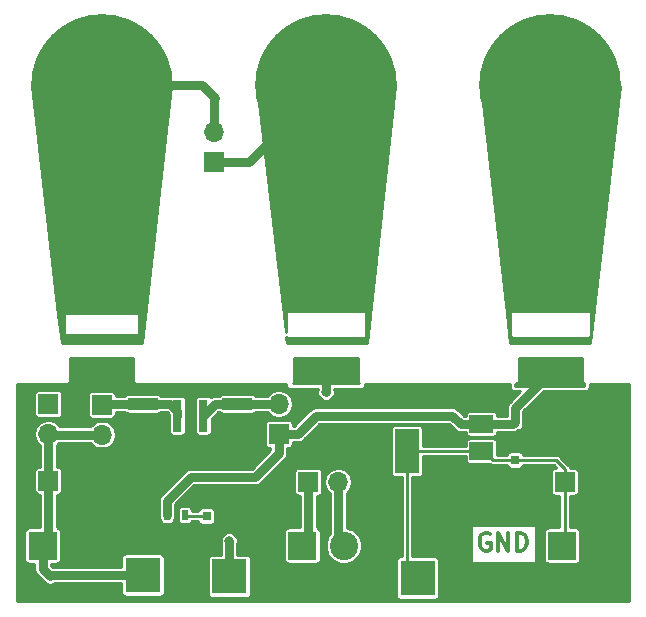
<source format=gbr>
G04 #@! TF.GenerationSoftware,KiCad,Pcbnew,(5.0.0)*
G04 #@! TF.CreationDate,2018-12-13T14:05:28+00:00*
G04 #@! TF.ProjectId,GiveMePower,476976654D65506F7765722E6B696361,rev?*
G04 #@! TF.SameCoordinates,Original*
G04 #@! TF.FileFunction,Copper,L1,Top,Signal*
G04 #@! TF.FilePolarity,Positive*
%FSLAX46Y46*%
G04 Gerber Fmt 4.6, Leading zero omitted, Abs format (unit mm)*
G04 Created by KiCad (PCBNEW (5.0.0)) date 12/13/18 14:05:28*
%MOMM*%
%LPD*%
G01*
G04 APERTURE LIST*
G04 #@! TA.AperFunction,NonConductor*
%ADD10C,0.300000*%
G04 #@! TD*
G04 #@! TA.AperFunction,SMDPad,CuDef*
%ADD11R,0.750000X0.800000*%
G04 #@! TD*
G04 #@! TA.AperFunction,SMDPad,CuDef*
%ADD12R,2.500000X1.000000*%
G04 #@! TD*
G04 #@! TA.AperFunction,SMDPad,CuDef*
%ADD13R,0.800000X0.800000*%
G04 #@! TD*
G04 #@! TA.AperFunction,ComponentPad*
%ADD14R,1.700000X1.700000*%
G04 #@! TD*
G04 #@! TA.AperFunction,ComponentPad*
%ADD15O,1.700000X1.700000*%
G04 #@! TD*
G04 #@! TA.AperFunction,ComponentPad*
%ADD16R,2.400000X2.400000*%
G04 #@! TD*
G04 #@! TA.AperFunction,ComponentPad*
%ADD17C,2.400000*%
G04 #@! TD*
G04 #@! TA.AperFunction,ComponentPad*
%ADD18C,0.900000*%
G04 #@! TD*
G04 #@! TA.AperFunction,ComponentPad*
%ADD19C,12.000000*%
G04 #@! TD*
G04 #@! TA.AperFunction,SMDPad,CuDef*
%ADD20R,0.800000X2.700000*%
G04 #@! TD*
G04 #@! TA.AperFunction,SMDPad,CuDef*
%ADD21R,0.500000X0.900000*%
G04 #@! TD*
G04 #@! TA.AperFunction,SMDPad,CuDef*
%ADD22R,3.000000X3.000000*%
G04 #@! TD*
G04 #@! TA.AperFunction,SMDPad,CuDef*
%ADD23R,2.000000X1.500000*%
G04 #@! TD*
G04 #@! TA.AperFunction,SMDPad,CuDef*
%ADD24R,2.000000X3.800000*%
G04 #@! TD*
G04 #@! TA.AperFunction,ViaPad*
%ADD25C,0.800000*%
G04 #@! TD*
G04 #@! TA.AperFunction,Conductor*
%ADD26C,0.750000*%
G04 #@! TD*
G04 #@! TA.AperFunction,Conductor*
%ADD27C,0.250000*%
G04 #@! TD*
G04 #@! TA.AperFunction,Conductor*
%ADD28C,0.254000*%
G04 #@! TD*
G04 APERTURE END LIST*
D10*
X142857142Y-128000000D02*
X142714285Y-127928571D01*
X142500000Y-127928571D01*
X142285714Y-128000000D01*
X142142857Y-128142857D01*
X142071428Y-128285714D01*
X142000000Y-128571428D01*
X142000000Y-128785714D01*
X142071428Y-129071428D01*
X142142857Y-129214285D01*
X142285714Y-129357142D01*
X142500000Y-129428571D01*
X142642857Y-129428571D01*
X142857142Y-129357142D01*
X142928571Y-129285714D01*
X142928571Y-128785714D01*
X142642857Y-128785714D01*
X143571428Y-129428571D02*
X143571428Y-127928571D01*
X144428571Y-129428571D01*
X144428571Y-127928571D01*
X145142857Y-129428571D02*
X145142857Y-127928571D01*
X145500000Y-127928571D01*
X145714285Y-128000000D01*
X145857142Y-128142857D01*
X145928571Y-128285714D01*
X146000000Y-128571428D01*
X146000000Y-128785714D01*
X145928571Y-129071428D01*
X145857142Y-129214285D01*
X145714285Y-129357142D01*
X145500000Y-129428571D01*
X145142857Y-129428571D01*
D11*
G04 #@! TO.P,C1,2*
G04 #@! TO.N,GND*
X145000000Y-120000000D03*
G04 #@! TO.P,C1,1*
G04 #@! TO.N,VCC*
X145000000Y-118500000D03*
G04 #@! TD*
D12*
G04 #@! TO.P,C3,1*
G04 #@! TO.N,/LowPassIn*
X121500000Y-117000000D03*
G04 #@! TO.P,C3,2*
G04 #@! TO.N,GND*
X121500000Y-120000000D03*
G04 #@! TD*
G04 #@! TO.P,C2,1*
G04 #@! TO.N,/LowPassOut*
X113500000Y-117000000D03*
G04 #@! TO.P,C2,2*
G04 #@! TO.N,GND*
X113500000Y-120000000D03*
G04 #@! TD*
D13*
G04 #@! TO.P,D1,1*
G04 #@! TO.N,GND*
X120500000Y-126500000D03*
G04 #@! TO.P,D1,2*
G04 #@! TO.N,Net-(D1-Pad2)*
X118900000Y-126500000D03*
G04 #@! TD*
D14*
G04 #@! TO.P,J1,1*
G04 #@! TO.N,/EarthGND*
X119500000Y-96500000D03*
D15*
G04 #@! TO.P,J1,2*
G04 #@! TO.N,GND*
X119500000Y-93960000D03*
G04 #@! TD*
G04 #@! TO.P,J2,2*
G04 #@! TO.N,/LowPassIn*
X125000000Y-117000000D03*
D14*
G04 #@! TO.P,J2,1*
G04 #@! TO.N,VCC*
X125000000Y-119540000D03*
G04 #@! TD*
G04 #@! TO.P,J3,1*
G04 #@! TO.N,VCC*
X105500000Y-117000000D03*
D15*
G04 #@! TO.P,J3,2*
G04 #@! TO.N,/OutputVCC*
X105500000Y-119540000D03*
G04 #@! TD*
G04 #@! TO.P,J4,2*
G04 #@! TO.N,/OutputVCC*
X110000000Y-119597001D03*
D14*
G04 #@! TO.P,J4,1*
G04 #@! TO.N,/LowPassOut*
X110000000Y-117057001D03*
G04 #@! TD*
D15*
G04 #@! TO.P,J5,2*
G04 #@! TO.N,GND*
X108040000Y-123500000D03*
D14*
G04 #@! TO.P,J5,1*
G04 #@! TO.N,/OutputVCC*
X105500000Y-123500000D03*
G04 #@! TD*
G04 #@! TO.P,J6,1*
G04 #@! TO.N,/Output3V3*
X149200000Y-123600000D03*
D15*
G04 #@! TO.P,J6,2*
G04 #@! TO.N,GND*
X151740000Y-123600000D03*
G04 #@! TD*
G04 #@! TO.P,J7,2*
G04 #@! TO.N,/AUXout*
X130040000Y-123600000D03*
D14*
G04 #@! TO.P,J7,1*
G04 #@! TO.N,/AUXIn*
X127500000Y-123600000D03*
G04 #@! TD*
D16*
G04 #@! TO.P,J8,1*
G04 #@! TO.N,/OutputVCC*
X105000000Y-129000000D03*
D17*
G04 #@! TO.P,J8,2*
G04 #@! TO.N,GND*
X108500000Y-129000000D03*
G04 #@! TD*
G04 #@! TO.P,J9,2*
G04 #@! TO.N,GND*
X152500000Y-129000000D03*
D16*
G04 #@! TO.P,J9,1*
G04 #@! TO.N,/Output3V3*
X149000000Y-129000000D03*
G04 #@! TD*
G04 #@! TO.P,J10,1*
G04 #@! TO.N,/AUXIn*
X127000000Y-129000000D03*
D17*
G04 #@! TO.P,J10,2*
G04 #@! TO.N,/AUXout*
X130500000Y-129000000D03*
G04 #@! TD*
D18*
G04 #@! TO.P,J11,1*
G04 #@! TO.N,VCC*
X151181981Y-86818019D03*
X148000000Y-85500000D03*
X144818019Y-86818019D03*
X143500000Y-90000000D03*
X144818019Y-93181981D03*
X148000000Y-94500000D03*
X151181981Y-93181981D03*
X152500000Y-90000000D03*
D19*
X148000000Y-90000000D03*
G04 #@! TD*
G04 #@! TO.P,J12,1*
G04 #@! TO.N,/EarthGND*
X129000000Y-90000000D03*
D18*
X133500000Y-90000000D03*
X132181981Y-93181981D03*
X129000000Y-94500000D03*
X125818019Y-93181981D03*
X124500000Y-90000000D03*
X125818019Y-86818019D03*
X129000000Y-85500000D03*
X132181981Y-86818019D03*
G04 #@! TD*
G04 #@! TO.P,J13,1*
G04 #@! TO.N,GND*
X113181981Y-86818019D03*
X110000000Y-85500000D03*
X106818019Y-86818019D03*
X105500000Y-90000000D03*
X106818019Y-93181981D03*
X110000000Y-94500000D03*
X113181981Y-93181981D03*
X114500000Y-90000000D03*
D19*
X110000000Y-90000000D03*
G04 #@! TD*
D20*
G04 #@! TO.P,L2,2*
G04 #@! TO.N,/LowPassOut*
X116400000Y-118000000D03*
G04 #@! TO.P,L2,1*
G04 #@! TO.N,/LowPassIn*
X118600000Y-118000000D03*
G04 #@! TD*
D21*
G04 #@! TO.P,R1,2*
G04 #@! TO.N,Net-(D1-Pad2)*
X117050000Y-126400000D03*
G04 #@! TO.P,R1,1*
G04 #@! TO.N,VCC*
X115550000Y-126400000D03*
G04 #@! TD*
D22*
G04 #@! TO.P,OutVCC,1*
G04 #@! TO.N,/OutputVCC*
X113500000Y-131500000D03*
G04 #@! TD*
G04 #@! TO.P,Output3V3,1*
G04 #@! TO.N,/Output3V3*
X136750000Y-131750000D03*
G04 #@! TD*
G04 #@! TO.P,TP3,1*
G04 #@! TO.N,GND*
X144000000Y-132000000D03*
G04 #@! TD*
D11*
G04 #@! TO.P,C4,2*
G04 #@! TO.N,GND*
X145000000Y-123250000D03*
G04 #@! TO.P,C4,1*
G04 #@! TO.N,/Output3V3*
X145000000Y-121750000D03*
G04 #@! TD*
D23*
G04 #@! TO.P,U1,1*
G04 #@! TO.N,GND*
X142150000Y-123300000D03*
G04 #@! TO.P,U1,3*
G04 #@! TO.N,VCC*
X142150000Y-118700000D03*
G04 #@! TO.P,U1,2*
G04 #@! TO.N,/Output3V3*
X142150000Y-121000000D03*
D24*
X135850000Y-121000000D03*
G04 #@! TD*
D22*
G04 #@! TO.P,EarthGND,1*
G04 #@! TO.N,/EarthGND*
X120800000Y-131600000D03*
G04 #@! TD*
D25*
G04 #@! TO.N,/EarthGND*
X120800000Y-128600000D03*
X129000000Y-116000000D03*
G04 #@! TD*
D26*
G04 #@! TO.N,/LowPassOut*
X116400000Y-118000000D02*
X116400000Y-117600000D01*
X115800000Y-117000000D02*
X113500000Y-117000000D01*
X116400000Y-117600000D02*
X115800000Y-117000000D01*
X110057001Y-117000000D02*
X110000000Y-117057001D01*
X113500000Y-117000000D02*
X110057001Y-117000000D01*
G04 #@! TO.N,GND*
X118485281Y-90000000D02*
X119600000Y-91114719D01*
X110000000Y-90000000D02*
X118485281Y-90000000D01*
X119500000Y-91214719D02*
X119500000Y-93960000D01*
X119600000Y-91114719D02*
X119500000Y-91214719D01*
G04 #@! TO.N,/LowPassIn*
X125000000Y-117000000D02*
X121500000Y-117000000D01*
X119600000Y-117000000D02*
X118600000Y-118000000D01*
X121500000Y-117000000D02*
X119600000Y-117000000D01*
D27*
G04 #@! TO.N,Net-(D1-Pad2)*
X117150000Y-126500000D02*
X117050000Y-126400000D01*
X118900000Y-126500000D02*
X117150000Y-126500000D01*
G04 #@! TO.N,VCC*
X148000000Y-101000000D02*
X148000000Y-109099990D01*
D26*
X144800000Y-118700000D02*
X145000000Y-118500000D01*
X142150000Y-118700000D02*
X144800000Y-118700000D01*
X145000000Y-117350000D02*
X147800000Y-114550000D01*
X145000000Y-118500000D02*
X145000000Y-117350000D01*
X140400000Y-118700000D02*
X139700000Y-118000000D01*
X142150000Y-118700000D02*
X140400000Y-118700000D01*
X126600000Y-119540000D02*
X125000000Y-119540000D01*
X128140000Y-118000000D02*
X126600000Y-119540000D01*
X139700000Y-118000000D02*
X128140000Y-118000000D01*
X115550000Y-125200000D02*
X117550000Y-123200000D01*
X115550000Y-126400000D02*
X115550000Y-125200000D01*
X117550000Y-123200000D02*
X123000000Y-123200000D01*
X125000000Y-121200000D02*
X125000000Y-119540000D01*
X123000000Y-123200000D02*
X125000000Y-121200000D01*
G04 #@! TO.N,/OutputVCC*
X105557001Y-119597001D02*
X105500000Y-119540000D01*
X110000000Y-119597001D02*
X105557001Y-119597001D01*
X105500000Y-119540000D02*
X105500000Y-123500000D01*
X105500000Y-128500000D02*
X105000000Y-129000000D01*
X105500000Y-123500000D02*
X105500000Y-128500000D01*
X105000000Y-130950000D02*
X105650000Y-131600000D01*
X105000000Y-129000000D02*
X105000000Y-130950000D01*
X105750000Y-131500000D02*
X113500000Y-131500000D01*
X105650000Y-131600000D02*
X105750000Y-131500000D01*
D27*
G04 #@! TO.N,/Output3V3*
X142150000Y-121000000D02*
X142400000Y-121000000D01*
X143150000Y-121750000D02*
X145000000Y-121750000D01*
X142400000Y-121000000D02*
X143150000Y-121750000D01*
X149200000Y-122500000D02*
X149200000Y-123600000D01*
X148450000Y-121750000D02*
X149200000Y-122500000D01*
X145000000Y-121750000D02*
X148450000Y-121750000D01*
X149200000Y-128800000D02*
X149000000Y-129000000D01*
X149200000Y-123600000D02*
X149200000Y-128800000D01*
X137100000Y-121000000D02*
X142150000Y-121000000D01*
X135850000Y-121000000D02*
X137100000Y-121000000D01*
X135850000Y-131850000D02*
X136000000Y-132000000D01*
X135850000Y-121000000D02*
X135850000Y-131850000D01*
D26*
G04 #@! TO.N,/EarthGND*
X122500000Y-96500000D02*
X129000000Y-90000000D01*
X119500000Y-96500000D02*
X122500000Y-96500000D01*
X120800000Y-131600000D02*
X120800000Y-128600000D01*
X120800000Y-128600000D02*
X120800000Y-128600000D01*
X129000000Y-116000000D02*
X129000000Y-114200000D01*
G04 #@! TO.N,/AUXout*
X130040000Y-128540000D02*
X130500000Y-129000000D01*
X130040000Y-123600000D02*
X130040000Y-128540000D01*
G04 #@! TO.N,/AUXIn*
X127500000Y-128500000D02*
X127000000Y-129000000D01*
X127500000Y-123600000D02*
X127500000Y-128500000D01*
G04 #@! TD*
D28*
G04 #@! TO.N,GND*
G36*
X113386614Y-111873000D02*
X106613386Y-111873000D01*
X106343727Y-109500000D01*
X106794043Y-109500000D01*
X106798000Y-109519893D01*
X106798001Y-110980103D01*
X106794043Y-111000000D01*
X106809721Y-111078816D01*
X106854366Y-111145634D01*
X106921184Y-111190279D01*
X106980107Y-111202000D01*
X106980108Y-111202000D01*
X107000000Y-111205957D01*
X107019893Y-111202000D01*
X112980108Y-111202000D01*
X113000000Y-111205957D01*
X113078816Y-111190279D01*
X113145634Y-111145634D01*
X113190279Y-111078816D01*
X113202000Y-111019893D01*
X113205957Y-111000000D01*
X113202000Y-110980107D01*
X113202000Y-109519893D01*
X113205957Y-109500000D01*
X113190279Y-109421184D01*
X113145634Y-109354366D01*
X113078816Y-109309721D01*
X113019893Y-109298000D01*
X113019892Y-109298000D01*
X113000000Y-109294043D01*
X112980107Y-109298000D01*
X107019892Y-109298000D01*
X107000000Y-109294043D01*
X106980107Y-109298000D01*
X106921184Y-109309721D01*
X106854366Y-109354366D01*
X106809721Y-109421184D01*
X106794043Y-109500000D01*
X106343727Y-109500000D01*
X104142249Y-90127000D01*
X115857751Y-90127000D01*
X113386614Y-111873000D01*
X113386614Y-111873000D01*
G37*
X113386614Y-111873000D02*
X106613386Y-111873000D01*
X106343727Y-109500000D01*
X106794043Y-109500000D01*
X106798000Y-109519893D01*
X106798001Y-110980103D01*
X106794043Y-111000000D01*
X106809721Y-111078816D01*
X106854366Y-111145634D01*
X106921184Y-111190279D01*
X106980107Y-111202000D01*
X106980108Y-111202000D01*
X107000000Y-111205957D01*
X107019893Y-111202000D01*
X112980108Y-111202000D01*
X113000000Y-111205957D01*
X113078816Y-111190279D01*
X113145634Y-111145634D01*
X113190279Y-111078816D01*
X113202000Y-111019893D01*
X113205957Y-111000000D01*
X113202000Y-110980107D01*
X113202000Y-109519893D01*
X113205957Y-109500000D01*
X113190279Y-109421184D01*
X113145634Y-109354366D01*
X113078816Y-109309721D01*
X113019893Y-109298000D01*
X113019892Y-109298000D01*
X113000000Y-109294043D01*
X112980107Y-109298000D01*
X107019892Y-109298000D01*
X107000000Y-109294043D01*
X106980107Y-109298000D01*
X106921184Y-109309721D01*
X106854366Y-109354366D01*
X106809721Y-109421184D01*
X106794043Y-109500000D01*
X106343727Y-109500000D01*
X104142249Y-90127000D01*
X115857751Y-90127000D01*
X113386614Y-111873000D01*
G04 #@! TO.N,/EarthGND*
G36*
X132486101Y-111873000D02*
X125712874Y-111873000D01*
X125649729Y-111338694D01*
X125654366Y-111345634D01*
X125721184Y-111390279D01*
X125800000Y-111405957D01*
X125819892Y-111402000D01*
X132180108Y-111402000D01*
X132200000Y-111405957D01*
X132278816Y-111390279D01*
X132345634Y-111345634D01*
X132390279Y-111278816D01*
X132402000Y-111219893D01*
X132402000Y-111219892D01*
X132405957Y-111200000D01*
X132402000Y-111180107D01*
X132402000Y-109319893D01*
X132405957Y-109300000D01*
X132390279Y-109221184D01*
X132345634Y-109154366D01*
X132278816Y-109109721D01*
X132219893Y-109098000D01*
X132219892Y-109098000D01*
X132200000Y-109094043D01*
X132180107Y-109098000D01*
X125819893Y-109098000D01*
X125800000Y-109094043D01*
X125780108Y-109098000D01*
X125780107Y-109098000D01*
X125721184Y-109109721D01*
X125654366Y-109154366D01*
X125609721Y-109221184D01*
X125594043Y-109300000D01*
X125598001Y-109319897D01*
X125598000Y-110900990D01*
X123142893Y-90127000D01*
X134858392Y-90127000D01*
X132486101Y-111873000D01*
X132486101Y-111873000D01*
G37*
X132486101Y-111873000D02*
X125712874Y-111873000D01*
X125649729Y-111338694D01*
X125654366Y-111345634D01*
X125721184Y-111390279D01*
X125800000Y-111405957D01*
X125819892Y-111402000D01*
X132180108Y-111402000D01*
X132200000Y-111405957D01*
X132278816Y-111390279D01*
X132345634Y-111345634D01*
X132390279Y-111278816D01*
X132402000Y-111219893D01*
X132402000Y-111219892D01*
X132405957Y-111200000D01*
X132402000Y-111180107D01*
X132402000Y-109319893D01*
X132405957Y-109300000D01*
X132390279Y-109221184D01*
X132345634Y-109154366D01*
X132278816Y-109109721D01*
X132219893Y-109098000D01*
X132219892Y-109098000D01*
X132200000Y-109094043D01*
X132180107Y-109098000D01*
X125819893Y-109098000D01*
X125800000Y-109094043D01*
X125780108Y-109098000D01*
X125780107Y-109098000D01*
X125721184Y-109109721D01*
X125654366Y-109154366D01*
X125609721Y-109221184D01*
X125594043Y-109300000D01*
X125598001Y-109319897D01*
X125598000Y-110900990D01*
X123142893Y-90127000D01*
X134858392Y-90127000D01*
X132486101Y-111873000D01*
G04 #@! TO.N,VCC*
G36*
X151386614Y-111873000D02*
X144613386Y-111873000D01*
X144321000Y-109300000D01*
X144594043Y-109300000D01*
X144598001Y-109319897D01*
X144598000Y-111180107D01*
X144594043Y-111200000D01*
X144609721Y-111278816D01*
X144641334Y-111326130D01*
X144654366Y-111345634D01*
X144721184Y-111390279D01*
X144800000Y-111405957D01*
X144819892Y-111402000D01*
X151180108Y-111402000D01*
X151200000Y-111405957D01*
X151278816Y-111390279D01*
X151345634Y-111345634D01*
X151390279Y-111278816D01*
X151402000Y-111219893D01*
X151402000Y-111219892D01*
X151405957Y-111200000D01*
X151402000Y-111180107D01*
X151402000Y-109319893D01*
X151405957Y-109300000D01*
X151390279Y-109221184D01*
X151345634Y-109154366D01*
X151278816Y-109109721D01*
X151219893Y-109098000D01*
X151219892Y-109098000D01*
X151200000Y-109094043D01*
X151180107Y-109098000D01*
X144819893Y-109098000D01*
X144800000Y-109094043D01*
X144780108Y-109098000D01*
X144780107Y-109098000D01*
X144721184Y-109109721D01*
X144654366Y-109154366D01*
X144609721Y-109221184D01*
X144594043Y-109300000D01*
X144321000Y-109300000D01*
X142142249Y-90127000D01*
X153857751Y-90127000D01*
X151386614Y-111873000D01*
X151386614Y-111873000D01*
G37*
X151386614Y-111873000D02*
X144613386Y-111873000D01*
X144321000Y-109300000D01*
X144594043Y-109300000D01*
X144598001Y-109319897D01*
X144598000Y-111180107D01*
X144594043Y-111200000D01*
X144609721Y-111278816D01*
X144641334Y-111326130D01*
X144654366Y-111345634D01*
X144721184Y-111390279D01*
X144800000Y-111405957D01*
X144819892Y-111402000D01*
X151180108Y-111402000D01*
X151200000Y-111405957D01*
X151278816Y-111390279D01*
X151345634Y-111345634D01*
X151390279Y-111278816D01*
X151402000Y-111219893D01*
X151402000Y-111219892D01*
X151405957Y-111200000D01*
X151402000Y-111180107D01*
X151402000Y-109319893D01*
X151405957Y-109300000D01*
X151390279Y-109221184D01*
X151345634Y-109154366D01*
X151278816Y-109109721D01*
X151219893Y-109098000D01*
X151219892Y-109098000D01*
X151200000Y-109094043D01*
X151180107Y-109098000D01*
X144819893Y-109098000D01*
X144800000Y-109094043D01*
X144780108Y-109098000D01*
X144780107Y-109098000D01*
X144721184Y-109109721D01*
X144654366Y-109154366D01*
X144609721Y-109221184D01*
X144594043Y-109300000D01*
X144321000Y-109300000D01*
X142142249Y-90127000D01*
X153857751Y-90127000D01*
X151386614Y-111873000D01*
G04 #@! TO.N,GND*
G36*
X112698001Y-113863391D02*
X112691973Y-113872412D01*
X112673000Y-113967796D01*
X112673001Y-114967790D01*
X112666594Y-115000000D01*
X112691973Y-115127589D01*
X112764246Y-115235754D01*
X112872411Y-115308027D01*
X112967795Y-115327000D01*
X113000000Y-115333406D01*
X113032205Y-115327000D01*
X125575757Y-115327000D01*
X125573283Y-115386387D01*
X125597891Y-115525137D01*
X125668776Y-115631224D01*
X125774863Y-115702109D01*
X125900000Y-115727000D01*
X128298000Y-115727000D01*
X128298000Y-115795035D01*
X128273000Y-115855391D01*
X128273000Y-116144609D01*
X128383679Y-116411813D01*
X128588187Y-116616321D01*
X128855391Y-116727000D01*
X129144609Y-116727000D01*
X129411813Y-116616321D01*
X129616321Y-116411813D01*
X129727000Y-116144609D01*
X129727000Y-115855391D01*
X129702000Y-115795035D01*
X129702000Y-115727000D01*
X132000000Y-115727000D01*
X132125137Y-115702109D01*
X132231224Y-115631224D01*
X132302109Y-115525137D01*
X132327000Y-115400000D01*
X132327000Y-115327000D01*
X144583259Y-115327000D01*
X144573242Y-115587432D01*
X144597891Y-115725137D01*
X144668776Y-115831224D01*
X144774863Y-115902109D01*
X144900000Y-115927000D01*
X145430223Y-115927000D01*
X144552498Y-116804725D01*
X144493888Y-116843887D01*
X144454726Y-116902497D01*
X144454725Y-116902498D01*
X144338732Y-117076093D01*
X144284249Y-117350000D01*
X144298001Y-117419136D01*
X144298000Y-117998000D01*
X143483406Y-117998000D01*
X143483406Y-117950000D01*
X143458027Y-117822411D01*
X143385754Y-117714246D01*
X143277589Y-117641973D01*
X143150000Y-117616594D01*
X141150000Y-117616594D01*
X141022411Y-117641973D01*
X140914246Y-117714246D01*
X140841973Y-117822411D01*
X140816594Y-117950000D01*
X140816594Y-117998000D01*
X140690778Y-117998000D01*
X140245277Y-117552500D01*
X140206113Y-117493887D01*
X139973906Y-117338731D01*
X139769136Y-117298000D01*
X139769132Y-117298000D01*
X139700000Y-117284249D01*
X139630868Y-117298000D01*
X128209132Y-117298000D01*
X128140000Y-117284249D01*
X128070868Y-117298000D01*
X128070864Y-117298000D01*
X127866094Y-117338731D01*
X127633887Y-117493887D01*
X127594725Y-117552497D01*
X126309223Y-118838000D01*
X126183406Y-118838000D01*
X126183406Y-118690000D01*
X126158027Y-118562411D01*
X126085754Y-118454246D01*
X125977589Y-118381973D01*
X125850000Y-118356594D01*
X124150000Y-118356594D01*
X124022411Y-118381973D01*
X123914246Y-118454246D01*
X123841973Y-118562411D01*
X123816594Y-118690000D01*
X123816594Y-120390000D01*
X123841973Y-120517589D01*
X123914246Y-120625754D01*
X124022411Y-120698027D01*
X124150000Y-120723406D01*
X124298000Y-120723406D01*
X124298000Y-120909222D01*
X122709223Y-122498000D01*
X117619131Y-122498000D01*
X117549999Y-122484249D01*
X117480867Y-122498000D01*
X117480864Y-122498000D01*
X117276094Y-122538731D01*
X117276093Y-122538732D01*
X117276092Y-122538732D01*
X117150858Y-122622411D01*
X117043887Y-122693887D01*
X117004725Y-122752497D01*
X115102498Y-124654725D01*
X115043888Y-124693887D01*
X115004726Y-124752497D01*
X115004725Y-124752498D01*
X114888732Y-124926093D01*
X114834249Y-125200000D01*
X114848001Y-125269136D01*
X114848000Y-126469135D01*
X114888731Y-126673905D01*
X114966594Y-126790435D01*
X114966594Y-126850000D01*
X114991973Y-126977589D01*
X115064246Y-127085754D01*
X115172411Y-127158027D01*
X115300000Y-127183406D01*
X115800000Y-127183406D01*
X115927589Y-127158027D01*
X116035754Y-127085754D01*
X116108027Y-126977589D01*
X116133406Y-126850000D01*
X116133406Y-126790435D01*
X116211269Y-126673906D01*
X116252000Y-126469136D01*
X116252000Y-125950000D01*
X116466594Y-125950000D01*
X116466594Y-126850000D01*
X116491973Y-126977589D01*
X116564246Y-127085754D01*
X116672411Y-127158027D01*
X116800000Y-127183406D01*
X117300000Y-127183406D01*
X117427589Y-127158027D01*
X117535754Y-127085754D01*
X117608027Y-126977589D01*
X117613117Y-126952000D01*
X118176937Y-126952000D01*
X118191973Y-127027589D01*
X118264246Y-127135754D01*
X118372411Y-127208027D01*
X118500000Y-127233406D01*
X119300000Y-127233406D01*
X119427589Y-127208027D01*
X119535754Y-127135754D01*
X119608027Y-127027589D01*
X119633406Y-126900000D01*
X119633406Y-126100000D01*
X119608027Y-125972411D01*
X119535754Y-125864246D01*
X119427589Y-125791973D01*
X119300000Y-125766594D01*
X118500000Y-125766594D01*
X118372411Y-125791973D01*
X118264246Y-125864246D01*
X118191973Y-125972411D01*
X118176937Y-126048000D01*
X117633406Y-126048000D01*
X117633406Y-125950000D01*
X117608027Y-125822411D01*
X117535754Y-125714246D01*
X117427589Y-125641973D01*
X117300000Y-125616594D01*
X116800000Y-125616594D01*
X116672411Y-125641973D01*
X116564246Y-125714246D01*
X116491973Y-125822411D01*
X116466594Y-125950000D01*
X116252000Y-125950000D01*
X116252000Y-125490777D01*
X117840778Y-123902000D01*
X122930868Y-123902000D01*
X123000000Y-123915751D01*
X123069132Y-123902000D01*
X123069136Y-123902000D01*
X123273906Y-123861269D01*
X123506113Y-123706113D01*
X123545277Y-123647500D01*
X125447505Y-121745273D01*
X125506112Y-121706113D01*
X125545273Y-121647505D01*
X125545275Y-121647503D01*
X125661268Y-121473908D01*
X125661268Y-121473907D01*
X125661269Y-121473906D01*
X125702000Y-121269136D01*
X125702000Y-121269133D01*
X125715751Y-121200001D01*
X125702000Y-121130869D01*
X125702000Y-120723406D01*
X125850000Y-120723406D01*
X125977589Y-120698027D01*
X126085754Y-120625754D01*
X126158027Y-120517589D01*
X126183406Y-120390000D01*
X126183406Y-120242000D01*
X126530868Y-120242000D01*
X126600000Y-120255751D01*
X126669132Y-120242000D01*
X126669136Y-120242000D01*
X126873906Y-120201269D01*
X127106113Y-120046113D01*
X127145277Y-119987500D01*
X128032777Y-119100000D01*
X134516594Y-119100000D01*
X134516594Y-122900000D01*
X134541973Y-123027589D01*
X134614246Y-123135754D01*
X134722411Y-123208027D01*
X134850000Y-123233406D01*
X135398000Y-123233406D01*
X135398001Y-129916594D01*
X135250000Y-129916594D01*
X135122411Y-129941973D01*
X135014246Y-130014246D01*
X134941973Y-130122411D01*
X134916594Y-130250000D01*
X134916594Y-133250000D01*
X134941973Y-133377589D01*
X135014246Y-133485754D01*
X135122411Y-133558027D01*
X135250000Y-133583406D01*
X138250000Y-133583406D01*
X138377589Y-133558027D01*
X138485754Y-133485754D01*
X138558027Y-133377589D01*
X138583406Y-133250000D01*
X138583406Y-130250000D01*
X138558027Y-130122411D01*
X138485754Y-130014246D01*
X138377589Y-129941973D01*
X138250000Y-129916594D01*
X136302000Y-129916594D01*
X136302000Y-127268000D01*
X141237286Y-127268000D01*
X141237286Y-130472000D01*
X146762715Y-130472000D01*
X146762715Y-127268000D01*
X141237286Y-127268000D01*
X136302000Y-127268000D01*
X136302000Y-123233406D01*
X136850000Y-123233406D01*
X136977589Y-123208027D01*
X137085754Y-123135754D01*
X137158027Y-123027589D01*
X137183406Y-122900000D01*
X137183406Y-121452000D01*
X140816594Y-121452000D01*
X140816594Y-121750000D01*
X140841973Y-121877589D01*
X140914246Y-121985754D01*
X141022411Y-122058027D01*
X141150000Y-122083406D01*
X142835398Y-122083406D01*
X142861866Y-122101091D01*
X142973638Y-122175775D01*
X143149999Y-122210855D01*
X143194517Y-122202000D01*
X144301937Y-122202000D01*
X144316973Y-122277589D01*
X144389246Y-122385754D01*
X144497411Y-122458027D01*
X144625000Y-122483406D01*
X145375000Y-122483406D01*
X145502589Y-122458027D01*
X145610754Y-122385754D01*
X145683027Y-122277589D01*
X145698063Y-122202000D01*
X148262776Y-122202000D01*
X148477370Y-122416594D01*
X148350000Y-122416594D01*
X148222411Y-122441973D01*
X148114246Y-122514246D01*
X148041973Y-122622411D01*
X148016594Y-122750000D01*
X148016594Y-124450000D01*
X148041973Y-124577589D01*
X148114246Y-124685754D01*
X148222411Y-124758027D01*
X148350000Y-124783406D01*
X148748000Y-124783406D01*
X148748001Y-127466594D01*
X147800000Y-127466594D01*
X147672411Y-127491973D01*
X147564246Y-127564246D01*
X147491973Y-127672411D01*
X147466594Y-127800000D01*
X147466594Y-130200000D01*
X147491973Y-130327589D01*
X147564246Y-130435754D01*
X147672411Y-130508027D01*
X147800000Y-130533406D01*
X150200000Y-130533406D01*
X150327589Y-130508027D01*
X150435754Y-130435754D01*
X150508027Y-130327589D01*
X150533406Y-130200000D01*
X150533406Y-127800000D01*
X150508027Y-127672411D01*
X150435754Y-127564246D01*
X150327589Y-127491973D01*
X150200000Y-127466594D01*
X149652000Y-127466594D01*
X149652000Y-124783406D01*
X150050000Y-124783406D01*
X150177589Y-124758027D01*
X150285754Y-124685754D01*
X150358027Y-124577589D01*
X150383406Y-124450000D01*
X150383406Y-122750000D01*
X150358027Y-122622411D01*
X150285754Y-122514246D01*
X150177589Y-122441973D01*
X150050000Y-122416594D01*
X149644265Y-122416594D01*
X149625775Y-122323638D01*
X149551091Y-122211866D01*
X149525874Y-122174126D01*
X149488134Y-122148909D01*
X148801093Y-121461869D01*
X148775874Y-121424126D01*
X148626362Y-121324225D01*
X148494518Y-121298000D01*
X148450000Y-121289145D01*
X148405482Y-121298000D01*
X145698063Y-121298000D01*
X145683027Y-121222411D01*
X145610754Y-121114246D01*
X145502589Y-121041973D01*
X145375000Y-121016594D01*
X144625000Y-121016594D01*
X144497411Y-121041973D01*
X144389246Y-121114246D01*
X144316973Y-121222411D01*
X144301937Y-121298000D01*
X143483406Y-121298000D01*
X143483406Y-120250000D01*
X143458027Y-120122411D01*
X143385754Y-120014246D01*
X143277589Y-119941973D01*
X143150000Y-119916594D01*
X141150000Y-119916594D01*
X141022411Y-119941973D01*
X140914246Y-120014246D01*
X140841973Y-120122411D01*
X140816594Y-120250000D01*
X140816594Y-120548000D01*
X137183406Y-120548000D01*
X137183406Y-119100000D01*
X137158027Y-118972411D01*
X137085754Y-118864246D01*
X136977589Y-118791973D01*
X136850000Y-118766594D01*
X134850000Y-118766594D01*
X134722411Y-118791973D01*
X134614246Y-118864246D01*
X134541973Y-118972411D01*
X134516594Y-119100000D01*
X128032777Y-119100000D01*
X128430778Y-118702000D01*
X139409223Y-118702000D01*
X139854725Y-119147503D01*
X139893887Y-119206113D01*
X139952497Y-119245275D01*
X140126092Y-119361268D01*
X140126093Y-119361268D01*
X140126094Y-119361269D01*
X140330864Y-119402000D01*
X140330867Y-119402000D01*
X140399999Y-119415751D01*
X140469131Y-119402000D01*
X140816594Y-119402000D01*
X140816594Y-119450000D01*
X140841973Y-119577589D01*
X140914246Y-119685754D01*
X141022411Y-119758027D01*
X141150000Y-119783406D01*
X143150000Y-119783406D01*
X143277589Y-119758027D01*
X143385754Y-119685754D01*
X143458027Y-119577589D01*
X143483406Y-119450000D01*
X143483406Y-119402000D01*
X144730868Y-119402000D01*
X144800000Y-119415751D01*
X144869132Y-119402000D01*
X144869136Y-119402000D01*
X145073906Y-119361269D01*
X145265266Y-119233406D01*
X145375000Y-119233406D01*
X145502589Y-119208027D01*
X145610754Y-119135754D01*
X145683027Y-119027589D01*
X145708406Y-118900000D01*
X145708406Y-118536930D01*
X145715752Y-118500000D01*
X145708406Y-118463070D01*
X145708406Y-118100000D01*
X145702000Y-118067795D01*
X145702000Y-117640777D01*
X147415778Y-115927000D01*
X151000000Y-115927000D01*
X151125137Y-115902109D01*
X151231224Y-115831224D01*
X151302109Y-115725137D01*
X151327000Y-115600000D01*
X151327000Y-115327000D01*
X154673000Y-115327000D01*
X154673001Y-133673000D01*
X102827000Y-133673000D01*
X102827000Y-127800000D01*
X103466594Y-127800000D01*
X103466594Y-130200000D01*
X103491973Y-130327589D01*
X103564246Y-130435754D01*
X103672411Y-130508027D01*
X103800000Y-130533406D01*
X104298001Y-130533406D01*
X104298001Y-130880864D01*
X104284249Y-130950000D01*
X104338732Y-131223907D01*
X104407011Y-131326093D01*
X104493888Y-131456113D01*
X104552498Y-131495275D01*
X105104725Y-132047503D01*
X105143887Y-132106113D01*
X105202497Y-132145275D01*
X105376093Y-132261268D01*
X105650000Y-132315751D01*
X105923907Y-132261268D01*
X106012608Y-132202000D01*
X111666594Y-132202000D01*
X111666594Y-133000000D01*
X111691973Y-133127589D01*
X111764246Y-133235754D01*
X111872411Y-133308027D01*
X112000000Y-133333406D01*
X115000000Y-133333406D01*
X115127589Y-133308027D01*
X115235754Y-133235754D01*
X115308027Y-133127589D01*
X115333406Y-133000000D01*
X115333406Y-130100000D01*
X118966594Y-130100000D01*
X118966594Y-133100000D01*
X118991973Y-133227589D01*
X119064246Y-133335754D01*
X119172411Y-133408027D01*
X119300000Y-133433406D01*
X122300000Y-133433406D01*
X122427589Y-133408027D01*
X122535754Y-133335754D01*
X122608027Y-133227589D01*
X122633406Y-133100000D01*
X122633406Y-130100000D01*
X122608027Y-129972411D01*
X122535754Y-129864246D01*
X122427589Y-129791973D01*
X122300000Y-129766594D01*
X121502000Y-129766594D01*
X121502000Y-128804965D01*
X121527000Y-128744609D01*
X121527000Y-128455391D01*
X121416321Y-128188187D01*
X121211813Y-127983679D01*
X120944609Y-127873000D01*
X120655391Y-127873000D01*
X120388187Y-127983679D01*
X120183679Y-128188187D01*
X120073000Y-128455391D01*
X120073000Y-128744609D01*
X120098001Y-128804967D01*
X120098001Y-129766594D01*
X119300000Y-129766594D01*
X119172411Y-129791973D01*
X119064246Y-129864246D01*
X118991973Y-129972411D01*
X118966594Y-130100000D01*
X115333406Y-130100000D01*
X115333406Y-130000000D01*
X115308027Y-129872411D01*
X115235754Y-129764246D01*
X115127589Y-129691973D01*
X115000000Y-129666594D01*
X112000000Y-129666594D01*
X111872411Y-129691973D01*
X111764246Y-129764246D01*
X111691973Y-129872411D01*
X111666594Y-130000000D01*
X111666594Y-130798000D01*
X105840778Y-130798000D01*
X105702000Y-130659223D01*
X105702000Y-130533406D01*
X106200000Y-130533406D01*
X106327589Y-130508027D01*
X106435754Y-130435754D01*
X106508027Y-130327589D01*
X106533406Y-130200000D01*
X106533406Y-127800000D01*
X125466594Y-127800000D01*
X125466594Y-130200000D01*
X125491973Y-130327589D01*
X125564246Y-130435754D01*
X125672411Y-130508027D01*
X125800000Y-130533406D01*
X128200000Y-130533406D01*
X128327589Y-130508027D01*
X128435754Y-130435754D01*
X128508027Y-130327589D01*
X128533406Y-130200000D01*
X128533406Y-127800000D01*
X128508027Y-127672411D01*
X128435754Y-127564246D01*
X128327589Y-127491973D01*
X128202000Y-127466992D01*
X128202000Y-124783406D01*
X128350000Y-124783406D01*
X128477589Y-124758027D01*
X128585754Y-124685754D01*
X128658027Y-124577589D01*
X128683406Y-124450000D01*
X128683406Y-123600000D01*
X128839942Y-123600000D01*
X128931291Y-124059242D01*
X129191431Y-124448569D01*
X129338000Y-124546503D01*
X129338001Y-128002495D01*
X129205472Y-128135024D01*
X128973000Y-128696261D01*
X128973000Y-129303739D01*
X129205472Y-129864976D01*
X129635024Y-130294528D01*
X130196261Y-130527000D01*
X130803739Y-130527000D01*
X131364976Y-130294528D01*
X131794528Y-129864976D01*
X132027000Y-129303739D01*
X132027000Y-128696261D01*
X131794528Y-128135024D01*
X131364976Y-127705472D01*
X130803739Y-127473000D01*
X130742000Y-127473000D01*
X130742000Y-124546503D01*
X130888569Y-124448569D01*
X131148709Y-124059242D01*
X131240058Y-123600000D01*
X131148709Y-123140758D01*
X130888569Y-122751431D01*
X130499242Y-122491291D01*
X130155920Y-122423000D01*
X129924080Y-122423000D01*
X129580758Y-122491291D01*
X129191431Y-122751431D01*
X128931291Y-123140758D01*
X128839942Y-123600000D01*
X128683406Y-123600000D01*
X128683406Y-122750000D01*
X128658027Y-122622411D01*
X128585754Y-122514246D01*
X128477589Y-122441973D01*
X128350000Y-122416594D01*
X126650000Y-122416594D01*
X126522411Y-122441973D01*
X126414246Y-122514246D01*
X126341973Y-122622411D01*
X126316594Y-122750000D01*
X126316594Y-124450000D01*
X126341973Y-124577589D01*
X126414246Y-124685754D01*
X126522411Y-124758027D01*
X126650000Y-124783406D01*
X126798000Y-124783406D01*
X126798001Y-127466594D01*
X125800000Y-127466594D01*
X125672411Y-127491973D01*
X125564246Y-127564246D01*
X125491973Y-127672411D01*
X125466594Y-127800000D01*
X106533406Y-127800000D01*
X106508027Y-127672411D01*
X106435754Y-127564246D01*
X106327589Y-127491973D01*
X106202000Y-127466992D01*
X106202000Y-124683406D01*
X106350000Y-124683406D01*
X106477589Y-124658027D01*
X106585754Y-124585754D01*
X106658027Y-124477589D01*
X106683406Y-124350000D01*
X106683406Y-122650000D01*
X106658027Y-122522411D01*
X106585754Y-122414246D01*
X106477589Y-122341973D01*
X106350000Y-122316594D01*
X106202000Y-122316594D01*
X106202000Y-120486503D01*
X106348569Y-120388569D01*
X106408416Y-120299001D01*
X109053497Y-120299001D01*
X109151431Y-120445570D01*
X109540758Y-120705710D01*
X109884080Y-120774001D01*
X110115920Y-120774001D01*
X110459242Y-120705710D01*
X110848569Y-120445570D01*
X111108709Y-120056243D01*
X111200058Y-119597001D01*
X111108709Y-119137759D01*
X110848569Y-118748432D01*
X110459242Y-118488292D01*
X110115920Y-118420001D01*
X109884080Y-118420001D01*
X109540758Y-118488292D01*
X109151431Y-118748432D01*
X109053497Y-118895001D01*
X106484590Y-118895001D01*
X106348569Y-118691431D01*
X105959242Y-118431291D01*
X105615920Y-118363000D01*
X105384080Y-118363000D01*
X105040758Y-118431291D01*
X104651431Y-118691431D01*
X104391291Y-119080758D01*
X104299942Y-119540000D01*
X104391291Y-119999242D01*
X104651431Y-120388569D01*
X104798000Y-120486503D01*
X104798001Y-122316594D01*
X104650000Y-122316594D01*
X104522411Y-122341973D01*
X104414246Y-122414246D01*
X104341973Y-122522411D01*
X104316594Y-122650000D01*
X104316594Y-124350000D01*
X104341973Y-124477589D01*
X104414246Y-124585754D01*
X104522411Y-124658027D01*
X104650000Y-124683406D01*
X104798000Y-124683406D01*
X104798001Y-127466594D01*
X103800000Y-127466594D01*
X103672411Y-127491973D01*
X103564246Y-127564246D01*
X103491973Y-127672411D01*
X103466594Y-127800000D01*
X102827000Y-127800000D01*
X102827000Y-116150000D01*
X104316594Y-116150000D01*
X104316594Y-117850000D01*
X104341973Y-117977589D01*
X104414246Y-118085754D01*
X104522411Y-118158027D01*
X104650000Y-118183406D01*
X106350000Y-118183406D01*
X106477589Y-118158027D01*
X106585754Y-118085754D01*
X106658027Y-117977589D01*
X106683406Y-117850000D01*
X106683406Y-116207001D01*
X108816594Y-116207001D01*
X108816594Y-117907001D01*
X108841973Y-118034590D01*
X108914246Y-118142755D01*
X109022411Y-118215028D01*
X109150000Y-118240407D01*
X110850000Y-118240407D01*
X110977589Y-118215028D01*
X111085754Y-118142755D01*
X111158027Y-118034590D01*
X111183406Y-117907001D01*
X111183406Y-117702000D01*
X111991692Y-117702000D01*
X112014246Y-117735754D01*
X112122411Y-117808027D01*
X112250000Y-117833406D01*
X114750000Y-117833406D01*
X114877589Y-117808027D01*
X114985754Y-117735754D01*
X115008308Y-117702000D01*
X115509223Y-117702000D01*
X115666594Y-117859372D01*
X115666594Y-119350000D01*
X115691973Y-119477589D01*
X115764246Y-119585754D01*
X115872411Y-119658027D01*
X116000000Y-119683406D01*
X116800000Y-119683406D01*
X116927589Y-119658027D01*
X117035754Y-119585754D01*
X117108027Y-119477589D01*
X117133406Y-119350000D01*
X117133406Y-116650000D01*
X117866594Y-116650000D01*
X117866594Y-119350000D01*
X117891973Y-119477589D01*
X117964246Y-119585754D01*
X118072411Y-119658027D01*
X118200000Y-119683406D01*
X119000000Y-119683406D01*
X119127589Y-119658027D01*
X119235754Y-119585754D01*
X119308027Y-119477589D01*
X119333406Y-119350000D01*
X119333406Y-118259371D01*
X119890778Y-117702000D01*
X119991692Y-117702000D01*
X120014246Y-117735754D01*
X120122411Y-117808027D01*
X120250000Y-117833406D01*
X122750000Y-117833406D01*
X122877589Y-117808027D01*
X122985754Y-117735754D01*
X123008308Y-117702000D01*
X124053497Y-117702000D01*
X124151431Y-117848569D01*
X124540758Y-118108709D01*
X124884080Y-118177000D01*
X125115920Y-118177000D01*
X125459242Y-118108709D01*
X125848569Y-117848569D01*
X126108709Y-117459242D01*
X126200058Y-117000000D01*
X126108709Y-116540758D01*
X125848569Y-116151431D01*
X125459242Y-115891291D01*
X125115920Y-115823000D01*
X124884080Y-115823000D01*
X124540758Y-115891291D01*
X124151431Y-116151431D01*
X124053497Y-116298000D01*
X123008308Y-116298000D01*
X122985754Y-116264246D01*
X122877589Y-116191973D01*
X122750000Y-116166594D01*
X120250000Y-116166594D01*
X120122411Y-116191973D01*
X120014246Y-116264246D01*
X119991692Y-116298000D01*
X119669135Y-116298000D01*
X119600000Y-116284248D01*
X119530865Y-116298000D01*
X119530864Y-116298000D01*
X119326094Y-116338731D01*
X119224416Y-116406670D01*
X119127589Y-116341973D01*
X119000000Y-116316594D01*
X118200000Y-116316594D01*
X118072411Y-116341973D01*
X117964246Y-116414246D01*
X117891973Y-116522411D01*
X117866594Y-116650000D01*
X117133406Y-116650000D01*
X117108027Y-116522411D01*
X117035754Y-116414246D01*
X116927589Y-116341973D01*
X116800000Y-116316594D01*
X116000000Y-116316594D01*
X115981308Y-116320312D01*
X115869136Y-116298000D01*
X115869132Y-116298000D01*
X115800000Y-116284249D01*
X115730868Y-116298000D01*
X115008308Y-116298000D01*
X114985754Y-116264246D01*
X114877589Y-116191973D01*
X114750000Y-116166594D01*
X112250000Y-116166594D01*
X112122411Y-116191973D01*
X112014246Y-116264246D01*
X111991692Y-116298000D01*
X111183406Y-116298000D01*
X111183406Y-116207001D01*
X111158027Y-116079412D01*
X111085754Y-115971247D01*
X110977589Y-115898974D01*
X110850000Y-115873595D01*
X109150000Y-115873595D01*
X109022411Y-115898974D01*
X108914246Y-115971247D01*
X108841973Y-116079412D01*
X108816594Y-116207001D01*
X106683406Y-116207001D01*
X106683406Y-116150000D01*
X106658027Y-116022411D01*
X106585754Y-115914246D01*
X106477589Y-115841973D01*
X106350000Y-115816594D01*
X104650000Y-115816594D01*
X104522411Y-115841973D01*
X104414246Y-115914246D01*
X104341973Y-116022411D01*
X104316594Y-116150000D01*
X102827000Y-116150000D01*
X102827000Y-115327000D01*
X107032205Y-115327000D01*
X107127589Y-115308027D01*
X107235754Y-115235754D01*
X107308027Y-115127589D01*
X107333406Y-115000000D01*
X107308027Y-114872411D01*
X107302000Y-114863391D01*
X107302000Y-113127000D01*
X112698000Y-113127000D01*
X112698001Y-113863391D01*
X112698001Y-113863391D01*
G37*
X112698001Y-113863391D02*
X112691973Y-113872412D01*
X112673000Y-113967796D01*
X112673001Y-114967790D01*
X112666594Y-115000000D01*
X112691973Y-115127589D01*
X112764246Y-115235754D01*
X112872411Y-115308027D01*
X112967795Y-115327000D01*
X113000000Y-115333406D01*
X113032205Y-115327000D01*
X125575757Y-115327000D01*
X125573283Y-115386387D01*
X125597891Y-115525137D01*
X125668776Y-115631224D01*
X125774863Y-115702109D01*
X125900000Y-115727000D01*
X128298000Y-115727000D01*
X128298000Y-115795035D01*
X128273000Y-115855391D01*
X128273000Y-116144609D01*
X128383679Y-116411813D01*
X128588187Y-116616321D01*
X128855391Y-116727000D01*
X129144609Y-116727000D01*
X129411813Y-116616321D01*
X129616321Y-116411813D01*
X129727000Y-116144609D01*
X129727000Y-115855391D01*
X129702000Y-115795035D01*
X129702000Y-115727000D01*
X132000000Y-115727000D01*
X132125137Y-115702109D01*
X132231224Y-115631224D01*
X132302109Y-115525137D01*
X132327000Y-115400000D01*
X132327000Y-115327000D01*
X144583259Y-115327000D01*
X144573242Y-115587432D01*
X144597891Y-115725137D01*
X144668776Y-115831224D01*
X144774863Y-115902109D01*
X144900000Y-115927000D01*
X145430223Y-115927000D01*
X144552498Y-116804725D01*
X144493888Y-116843887D01*
X144454726Y-116902497D01*
X144454725Y-116902498D01*
X144338732Y-117076093D01*
X144284249Y-117350000D01*
X144298001Y-117419136D01*
X144298000Y-117998000D01*
X143483406Y-117998000D01*
X143483406Y-117950000D01*
X143458027Y-117822411D01*
X143385754Y-117714246D01*
X143277589Y-117641973D01*
X143150000Y-117616594D01*
X141150000Y-117616594D01*
X141022411Y-117641973D01*
X140914246Y-117714246D01*
X140841973Y-117822411D01*
X140816594Y-117950000D01*
X140816594Y-117998000D01*
X140690778Y-117998000D01*
X140245277Y-117552500D01*
X140206113Y-117493887D01*
X139973906Y-117338731D01*
X139769136Y-117298000D01*
X139769132Y-117298000D01*
X139700000Y-117284249D01*
X139630868Y-117298000D01*
X128209132Y-117298000D01*
X128140000Y-117284249D01*
X128070868Y-117298000D01*
X128070864Y-117298000D01*
X127866094Y-117338731D01*
X127633887Y-117493887D01*
X127594725Y-117552497D01*
X126309223Y-118838000D01*
X126183406Y-118838000D01*
X126183406Y-118690000D01*
X126158027Y-118562411D01*
X126085754Y-118454246D01*
X125977589Y-118381973D01*
X125850000Y-118356594D01*
X124150000Y-118356594D01*
X124022411Y-118381973D01*
X123914246Y-118454246D01*
X123841973Y-118562411D01*
X123816594Y-118690000D01*
X123816594Y-120390000D01*
X123841973Y-120517589D01*
X123914246Y-120625754D01*
X124022411Y-120698027D01*
X124150000Y-120723406D01*
X124298000Y-120723406D01*
X124298000Y-120909222D01*
X122709223Y-122498000D01*
X117619131Y-122498000D01*
X117549999Y-122484249D01*
X117480867Y-122498000D01*
X117480864Y-122498000D01*
X117276094Y-122538731D01*
X117276093Y-122538732D01*
X117276092Y-122538732D01*
X117150858Y-122622411D01*
X117043887Y-122693887D01*
X117004725Y-122752497D01*
X115102498Y-124654725D01*
X115043888Y-124693887D01*
X115004726Y-124752497D01*
X115004725Y-124752498D01*
X114888732Y-124926093D01*
X114834249Y-125200000D01*
X114848001Y-125269136D01*
X114848000Y-126469135D01*
X114888731Y-126673905D01*
X114966594Y-126790435D01*
X114966594Y-126850000D01*
X114991973Y-126977589D01*
X115064246Y-127085754D01*
X115172411Y-127158027D01*
X115300000Y-127183406D01*
X115800000Y-127183406D01*
X115927589Y-127158027D01*
X116035754Y-127085754D01*
X116108027Y-126977589D01*
X116133406Y-126850000D01*
X116133406Y-126790435D01*
X116211269Y-126673906D01*
X116252000Y-126469136D01*
X116252000Y-125950000D01*
X116466594Y-125950000D01*
X116466594Y-126850000D01*
X116491973Y-126977589D01*
X116564246Y-127085754D01*
X116672411Y-127158027D01*
X116800000Y-127183406D01*
X117300000Y-127183406D01*
X117427589Y-127158027D01*
X117535754Y-127085754D01*
X117608027Y-126977589D01*
X117613117Y-126952000D01*
X118176937Y-126952000D01*
X118191973Y-127027589D01*
X118264246Y-127135754D01*
X118372411Y-127208027D01*
X118500000Y-127233406D01*
X119300000Y-127233406D01*
X119427589Y-127208027D01*
X119535754Y-127135754D01*
X119608027Y-127027589D01*
X119633406Y-126900000D01*
X119633406Y-126100000D01*
X119608027Y-125972411D01*
X119535754Y-125864246D01*
X119427589Y-125791973D01*
X119300000Y-125766594D01*
X118500000Y-125766594D01*
X118372411Y-125791973D01*
X118264246Y-125864246D01*
X118191973Y-125972411D01*
X118176937Y-126048000D01*
X117633406Y-126048000D01*
X117633406Y-125950000D01*
X117608027Y-125822411D01*
X117535754Y-125714246D01*
X117427589Y-125641973D01*
X117300000Y-125616594D01*
X116800000Y-125616594D01*
X116672411Y-125641973D01*
X116564246Y-125714246D01*
X116491973Y-125822411D01*
X116466594Y-125950000D01*
X116252000Y-125950000D01*
X116252000Y-125490777D01*
X117840778Y-123902000D01*
X122930868Y-123902000D01*
X123000000Y-123915751D01*
X123069132Y-123902000D01*
X123069136Y-123902000D01*
X123273906Y-123861269D01*
X123506113Y-123706113D01*
X123545277Y-123647500D01*
X125447505Y-121745273D01*
X125506112Y-121706113D01*
X125545273Y-121647505D01*
X125545275Y-121647503D01*
X125661268Y-121473908D01*
X125661268Y-121473907D01*
X125661269Y-121473906D01*
X125702000Y-121269136D01*
X125702000Y-121269133D01*
X125715751Y-121200001D01*
X125702000Y-121130869D01*
X125702000Y-120723406D01*
X125850000Y-120723406D01*
X125977589Y-120698027D01*
X126085754Y-120625754D01*
X126158027Y-120517589D01*
X126183406Y-120390000D01*
X126183406Y-120242000D01*
X126530868Y-120242000D01*
X126600000Y-120255751D01*
X126669132Y-120242000D01*
X126669136Y-120242000D01*
X126873906Y-120201269D01*
X127106113Y-120046113D01*
X127145277Y-119987500D01*
X128032777Y-119100000D01*
X134516594Y-119100000D01*
X134516594Y-122900000D01*
X134541973Y-123027589D01*
X134614246Y-123135754D01*
X134722411Y-123208027D01*
X134850000Y-123233406D01*
X135398000Y-123233406D01*
X135398001Y-129916594D01*
X135250000Y-129916594D01*
X135122411Y-129941973D01*
X135014246Y-130014246D01*
X134941973Y-130122411D01*
X134916594Y-130250000D01*
X134916594Y-133250000D01*
X134941973Y-133377589D01*
X135014246Y-133485754D01*
X135122411Y-133558027D01*
X135250000Y-133583406D01*
X138250000Y-133583406D01*
X138377589Y-133558027D01*
X138485754Y-133485754D01*
X138558027Y-133377589D01*
X138583406Y-133250000D01*
X138583406Y-130250000D01*
X138558027Y-130122411D01*
X138485754Y-130014246D01*
X138377589Y-129941973D01*
X138250000Y-129916594D01*
X136302000Y-129916594D01*
X136302000Y-127268000D01*
X141237286Y-127268000D01*
X141237286Y-130472000D01*
X146762715Y-130472000D01*
X146762715Y-127268000D01*
X141237286Y-127268000D01*
X136302000Y-127268000D01*
X136302000Y-123233406D01*
X136850000Y-123233406D01*
X136977589Y-123208027D01*
X137085754Y-123135754D01*
X137158027Y-123027589D01*
X137183406Y-122900000D01*
X137183406Y-121452000D01*
X140816594Y-121452000D01*
X140816594Y-121750000D01*
X140841973Y-121877589D01*
X140914246Y-121985754D01*
X141022411Y-122058027D01*
X141150000Y-122083406D01*
X142835398Y-122083406D01*
X142861866Y-122101091D01*
X142973638Y-122175775D01*
X143149999Y-122210855D01*
X143194517Y-122202000D01*
X144301937Y-122202000D01*
X144316973Y-122277589D01*
X144389246Y-122385754D01*
X144497411Y-122458027D01*
X144625000Y-122483406D01*
X145375000Y-122483406D01*
X145502589Y-122458027D01*
X145610754Y-122385754D01*
X145683027Y-122277589D01*
X145698063Y-122202000D01*
X148262776Y-122202000D01*
X148477370Y-122416594D01*
X148350000Y-122416594D01*
X148222411Y-122441973D01*
X148114246Y-122514246D01*
X148041973Y-122622411D01*
X148016594Y-122750000D01*
X148016594Y-124450000D01*
X148041973Y-124577589D01*
X148114246Y-124685754D01*
X148222411Y-124758027D01*
X148350000Y-124783406D01*
X148748000Y-124783406D01*
X148748001Y-127466594D01*
X147800000Y-127466594D01*
X147672411Y-127491973D01*
X147564246Y-127564246D01*
X147491973Y-127672411D01*
X147466594Y-127800000D01*
X147466594Y-130200000D01*
X147491973Y-130327589D01*
X147564246Y-130435754D01*
X147672411Y-130508027D01*
X147800000Y-130533406D01*
X150200000Y-130533406D01*
X150327589Y-130508027D01*
X150435754Y-130435754D01*
X150508027Y-130327589D01*
X150533406Y-130200000D01*
X150533406Y-127800000D01*
X150508027Y-127672411D01*
X150435754Y-127564246D01*
X150327589Y-127491973D01*
X150200000Y-127466594D01*
X149652000Y-127466594D01*
X149652000Y-124783406D01*
X150050000Y-124783406D01*
X150177589Y-124758027D01*
X150285754Y-124685754D01*
X150358027Y-124577589D01*
X150383406Y-124450000D01*
X150383406Y-122750000D01*
X150358027Y-122622411D01*
X150285754Y-122514246D01*
X150177589Y-122441973D01*
X150050000Y-122416594D01*
X149644265Y-122416594D01*
X149625775Y-122323638D01*
X149551091Y-122211866D01*
X149525874Y-122174126D01*
X149488134Y-122148909D01*
X148801093Y-121461869D01*
X148775874Y-121424126D01*
X148626362Y-121324225D01*
X148494518Y-121298000D01*
X148450000Y-121289145D01*
X148405482Y-121298000D01*
X145698063Y-121298000D01*
X145683027Y-121222411D01*
X145610754Y-121114246D01*
X145502589Y-121041973D01*
X145375000Y-121016594D01*
X144625000Y-121016594D01*
X144497411Y-121041973D01*
X144389246Y-121114246D01*
X144316973Y-121222411D01*
X144301937Y-121298000D01*
X143483406Y-121298000D01*
X143483406Y-120250000D01*
X143458027Y-120122411D01*
X143385754Y-120014246D01*
X143277589Y-119941973D01*
X143150000Y-119916594D01*
X141150000Y-119916594D01*
X141022411Y-119941973D01*
X140914246Y-120014246D01*
X140841973Y-120122411D01*
X140816594Y-120250000D01*
X140816594Y-120548000D01*
X137183406Y-120548000D01*
X137183406Y-119100000D01*
X137158027Y-118972411D01*
X137085754Y-118864246D01*
X136977589Y-118791973D01*
X136850000Y-118766594D01*
X134850000Y-118766594D01*
X134722411Y-118791973D01*
X134614246Y-118864246D01*
X134541973Y-118972411D01*
X134516594Y-119100000D01*
X128032777Y-119100000D01*
X128430778Y-118702000D01*
X139409223Y-118702000D01*
X139854725Y-119147503D01*
X139893887Y-119206113D01*
X139952497Y-119245275D01*
X140126092Y-119361268D01*
X140126093Y-119361268D01*
X140126094Y-119361269D01*
X140330864Y-119402000D01*
X140330867Y-119402000D01*
X140399999Y-119415751D01*
X140469131Y-119402000D01*
X140816594Y-119402000D01*
X140816594Y-119450000D01*
X140841973Y-119577589D01*
X140914246Y-119685754D01*
X141022411Y-119758027D01*
X141150000Y-119783406D01*
X143150000Y-119783406D01*
X143277589Y-119758027D01*
X143385754Y-119685754D01*
X143458027Y-119577589D01*
X143483406Y-119450000D01*
X143483406Y-119402000D01*
X144730868Y-119402000D01*
X144800000Y-119415751D01*
X144869132Y-119402000D01*
X144869136Y-119402000D01*
X145073906Y-119361269D01*
X145265266Y-119233406D01*
X145375000Y-119233406D01*
X145502589Y-119208027D01*
X145610754Y-119135754D01*
X145683027Y-119027589D01*
X145708406Y-118900000D01*
X145708406Y-118536930D01*
X145715752Y-118500000D01*
X145708406Y-118463070D01*
X145708406Y-118100000D01*
X145702000Y-118067795D01*
X145702000Y-117640777D01*
X147415778Y-115927000D01*
X151000000Y-115927000D01*
X151125137Y-115902109D01*
X151231224Y-115831224D01*
X151302109Y-115725137D01*
X151327000Y-115600000D01*
X151327000Y-115327000D01*
X154673000Y-115327000D01*
X154673001Y-133673000D01*
X102827000Y-133673000D01*
X102827000Y-127800000D01*
X103466594Y-127800000D01*
X103466594Y-130200000D01*
X103491973Y-130327589D01*
X103564246Y-130435754D01*
X103672411Y-130508027D01*
X103800000Y-130533406D01*
X104298001Y-130533406D01*
X104298001Y-130880864D01*
X104284249Y-130950000D01*
X104338732Y-131223907D01*
X104407011Y-131326093D01*
X104493888Y-131456113D01*
X104552498Y-131495275D01*
X105104725Y-132047503D01*
X105143887Y-132106113D01*
X105202497Y-132145275D01*
X105376093Y-132261268D01*
X105650000Y-132315751D01*
X105923907Y-132261268D01*
X106012608Y-132202000D01*
X111666594Y-132202000D01*
X111666594Y-133000000D01*
X111691973Y-133127589D01*
X111764246Y-133235754D01*
X111872411Y-133308027D01*
X112000000Y-133333406D01*
X115000000Y-133333406D01*
X115127589Y-133308027D01*
X115235754Y-133235754D01*
X115308027Y-133127589D01*
X115333406Y-133000000D01*
X115333406Y-130100000D01*
X118966594Y-130100000D01*
X118966594Y-133100000D01*
X118991973Y-133227589D01*
X119064246Y-133335754D01*
X119172411Y-133408027D01*
X119300000Y-133433406D01*
X122300000Y-133433406D01*
X122427589Y-133408027D01*
X122535754Y-133335754D01*
X122608027Y-133227589D01*
X122633406Y-133100000D01*
X122633406Y-130100000D01*
X122608027Y-129972411D01*
X122535754Y-129864246D01*
X122427589Y-129791973D01*
X122300000Y-129766594D01*
X121502000Y-129766594D01*
X121502000Y-128804965D01*
X121527000Y-128744609D01*
X121527000Y-128455391D01*
X121416321Y-128188187D01*
X121211813Y-127983679D01*
X120944609Y-127873000D01*
X120655391Y-127873000D01*
X120388187Y-127983679D01*
X120183679Y-128188187D01*
X120073000Y-128455391D01*
X120073000Y-128744609D01*
X120098001Y-128804967D01*
X120098001Y-129766594D01*
X119300000Y-129766594D01*
X119172411Y-129791973D01*
X119064246Y-129864246D01*
X118991973Y-129972411D01*
X118966594Y-130100000D01*
X115333406Y-130100000D01*
X115333406Y-130000000D01*
X115308027Y-129872411D01*
X115235754Y-129764246D01*
X115127589Y-129691973D01*
X115000000Y-129666594D01*
X112000000Y-129666594D01*
X111872411Y-129691973D01*
X111764246Y-129764246D01*
X111691973Y-129872411D01*
X111666594Y-130000000D01*
X111666594Y-130798000D01*
X105840778Y-130798000D01*
X105702000Y-130659223D01*
X105702000Y-130533406D01*
X106200000Y-130533406D01*
X106327589Y-130508027D01*
X106435754Y-130435754D01*
X106508027Y-130327589D01*
X106533406Y-130200000D01*
X106533406Y-127800000D01*
X125466594Y-127800000D01*
X125466594Y-130200000D01*
X125491973Y-130327589D01*
X125564246Y-130435754D01*
X125672411Y-130508027D01*
X125800000Y-130533406D01*
X128200000Y-130533406D01*
X128327589Y-130508027D01*
X128435754Y-130435754D01*
X128508027Y-130327589D01*
X128533406Y-130200000D01*
X128533406Y-127800000D01*
X128508027Y-127672411D01*
X128435754Y-127564246D01*
X128327589Y-127491973D01*
X128202000Y-127466992D01*
X128202000Y-124783406D01*
X128350000Y-124783406D01*
X128477589Y-124758027D01*
X128585754Y-124685754D01*
X128658027Y-124577589D01*
X128683406Y-124450000D01*
X128683406Y-123600000D01*
X128839942Y-123600000D01*
X128931291Y-124059242D01*
X129191431Y-124448569D01*
X129338000Y-124546503D01*
X129338001Y-128002495D01*
X129205472Y-128135024D01*
X128973000Y-128696261D01*
X128973000Y-129303739D01*
X129205472Y-129864976D01*
X129635024Y-130294528D01*
X130196261Y-130527000D01*
X130803739Y-130527000D01*
X131364976Y-130294528D01*
X131794528Y-129864976D01*
X132027000Y-129303739D01*
X132027000Y-128696261D01*
X131794528Y-128135024D01*
X131364976Y-127705472D01*
X130803739Y-127473000D01*
X130742000Y-127473000D01*
X130742000Y-124546503D01*
X130888569Y-124448569D01*
X131148709Y-124059242D01*
X131240058Y-123600000D01*
X131148709Y-123140758D01*
X130888569Y-122751431D01*
X130499242Y-122491291D01*
X130155920Y-122423000D01*
X129924080Y-122423000D01*
X129580758Y-122491291D01*
X129191431Y-122751431D01*
X128931291Y-123140758D01*
X128839942Y-123600000D01*
X128683406Y-123600000D01*
X128683406Y-122750000D01*
X128658027Y-122622411D01*
X128585754Y-122514246D01*
X128477589Y-122441973D01*
X128350000Y-122416594D01*
X126650000Y-122416594D01*
X126522411Y-122441973D01*
X126414246Y-122514246D01*
X126341973Y-122622411D01*
X126316594Y-122750000D01*
X126316594Y-124450000D01*
X126341973Y-124577589D01*
X126414246Y-124685754D01*
X126522411Y-124758027D01*
X126650000Y-124783406D01*
X126798000Y-124783406D01*
X126798001Y-127466594D01*
X125800000Y-127466594D01*
X125672411Y-127491973D01*
X125564246Y-127564246D01*
X125491973Y-127672411D01*
X125466594Y-127800000D01*
X106533406Y-127800000D01*
X106508027Y-127672411D01*
X106435754Y-127564246D01*
X106327589Y-127491973D01*
X106202000Y-127466992D01*
X106202000Y-124683406D01*
X106350000Y-124683406D01*
X106477589Y-124658027D01*
X106585754Y-124585754D01*
X106658027Y-124477589D01*
X106683406Y-124350000D01*
X106683406Y-122650000D01*
X106658027Y-122522411D01*
X106585754Y-122414246D01*
X106477589Y-122341973D01*
X106350000Y-122316594D01*
X106202000Y-122316594D01*
X106202000Y-120486503D01*
X106348569Y-120388569D01*
X106408416Y-120299001D01*
X109053497Y-120299001D01*
X109151431Y-120445570D01*
X109540758Y-120705710D01*
X109884080Y-120774001D01*
X110115920Y-120774001D01*
X110459242Y-120705710D01*
X110848569Y-120445570D01*
X111108709Y-120056243D01*
X111200058Y-119597001D01*
X111108709Y-119137759D01*
X110848569Y-118748432D01*
X110459242Y-118488292D01*
X110115920Y-118420001D01*
X109884080Y-118420001D01*
X109540758Y-118488292D01*
X109151431Y-118748432D01*
X109053497Y-118895001D01*
X106484590Y-118895001D01*
X106348569Y-118691431D01*
X105959242Y-118431291D01*
X105615920Y-118363000D01*
X105384080Y-118363000D01*
X105040758Y-118431291D01*
X104651431Y-118691431D01*
X104391291Y-119080758D01*
X104299942Y-119540000D01*
X104391291Y-119999242D01*
X104651431Y-120388569D01*
X104798000Y-120486503D01*
X104798001Y-122316594D01*
X104650000Y-122316594D01*
X104522411Y-122341973D01*
X104414246Y-122414246D01*
X104341973Y-122522411D01*
X104316594Y-122650000D01*
X104316594Y-124350000D01*
X104341973Y-124477589D01*
X104414246Y-124585754D01*
X104522411Y-124658027D01*
X104650000Y-124683406D01*
X104798000Y-124683406D01*
X104798001Y-127466594D01*
X103800000Y-127466594D01*
X103672411Y-127491973D01*
X103564246Y-127564246D01*
X103491973Y-127672411D01*
X103466594Y-127800000D01*
X102827000Y-127800000D01*
X102827000Y-116150000D01*
X104316594Y-116150000D01*
X104316594Y-117850000D01*
X104341973Y-117977589D01*
X104414246Y-118085754D01*
X104522411Y-118158027D01*
X104650000Y-118183406D01*
X106350000Y-118183406D01*
X106477589Y-118158027D01*
X106585754Y-118085754D01*
X106658027Y-117977589D01*
X106683406Y-117850000D01*
X106683406Y-116207001D01*
X108816594Y-116207001D01*
X108816594Y-117907001D01*
X108841973Y-118034590D01*
X108914246Y-118142755D01*
X109022411Y-118215028D01*
X109150000Y-118240407D01*
X110850000Y-118240407D01*
X110977589Y-118215028D01*
X111085754Y-118142755D01*
X111158027Y-118034590D01*
X111183406Y-117907001D01*
X111183406Y-117702000D01*
X111991692Y-117702000D01*
X112014246Y-117735754D01*
X112122411Y-117808027D01*
X112250000Y-117833406D01*
X114750000Y-117833406D01*
X114877589Y-117808027D01*
X114985754Y-117735754D01*
X115008308Y-117702000D01*
X115509223Y-117702000D01*
X115666594Y-117859372D01*
X115666594Y-119350000D01*
X115691973Y-119477589D01*
X115764246Y-119585754D01*
X115872411Y-119658027D01*
X116000000Y-119683406D01*
X116800000Y-119683406D01*
X116927589Y-119658027D01*
X117035754Y-119585754D01*
X117108027Y-119477589D01*
X117133406Y-119350000D01*
X117133406Y-116650000D01*
X117866594Y-116650000D01*
X117866594Y-119350000D01*
X117891973Y-119477589D01*
X117964246Y-119585754D01*
X118072411Y-119658027D01*
X118200000Y-119683406D01*
X119000000Y-119683406D01*
X119127589Y-119658027D01*
X119235754Y-119585754D01*
X119308027Y-119477589D01*
X119333406Y-119350000D01*
X119333406Y-118259371D01*
X119890778Y-117702000D01*
X119991692Y-117702000D01*
X120014246Y-117735754D01*
X120122411Y-117808027D01*
X120250000Y-117833406D01*
X122750000Y-117833406D01*
X122877589Y-117808027D01*
X122985754Y-117735754D01*
X123008308Y-117702000D01*
X124053497Y-117702000D01*
X124151431Y-117848569D01*
X124540758Y-118108709D01*
X124884080Y-118177000D01*
X125115920Y-118177000D01*
X125459242Y-118108709D01*
X125848569Y-117848569D01*
X126108709Y-117459242D01*
X126200058Y-117000000D01*
X126108709Y-116540758D01*
X125848569Y-116151431D01*
X125459242Y-115891291D01*
X125115920Y-115823000D01*
X124884080Y-115823000D01*
X124540758Y-115891291D01*
X124151431Y-116151431D01*
X124053497Y-116298000D01*
X123008308Y-116298000D01*
X122985754Y-116264246D01*
X122877589Y-116191973D01*
X122750000Y-116166594D01*
X120250000Y-116166594D01*
X120122411Y-116191973D01*
X120014246Y-116264246D01*
X119991692Y-116298000D01*
X119669135Y-116298000D01*
X119600000Y-116284248D01*
X119530865Y-116298000D01*
X119530864Y-116298000D01*
X119326094Y-116338731D01*
X119224416Y-116406670D01*
X119127589Y-116341973D01*
X119000000Y-116316594D01*
X118200000Y-116316594D01*
X118072411Y-116341973D01*
X117964246Y-116414246D01*
X117891973Y-116522411D01*
X117866594Y-116650000D01*
X117133406Y-116650000D01*
X117108027Y-116522411D01*
X117035754Y-116414246D01*
X116927589Y-116341973D01*
X116800000Y-116316594D01*
X116000000Y-116316594D01*
X115981308Y-116320312D01*
X115869136Y-116298000D01*
X115869132Y-116298000D01*
X115800000Y-116284249D01*
X115730868Y-116298000D01*
X115008308Y-116298000D01*
X114985754Y-116264246D01*
X114877589Y-116191973D01*
X114750000Y-116166594D01*
X112250000Y-116166594D01*
X112122411Y-116191973D01*
X112014246Y-116264246D01*
X111991692Y-116298000D01*
X111183406Y-116298000D01*
X111183406Y-116207001D01*
X111158027Y-116079412D01*
X111085754Y-115971247D01*
X110977589Y-115898974D01*
X110850000Y-115873595D01*
X109150000Y-115873595D01*
X109022411Y-115898974D01*
X108914246Y-115971247D01*
X108841973Y-116079412D01*
X108816594Y-116207001D01*
X106683406Y-116207001D01*
X106683406Y-116150000D01*
X106658027Y-116022411D01*
X106585754Y-115914246D01*
X106477589Y-115841973D01*
X106350000Y-115816594D01*
X104650000Y-115816594D01*
X104522411Y-115841973D01*
X104414246Y-115914246D01*
X104341973Y-116022411D01*
X104316594Y-116150000D01*
X102827000Y-116150000D01*
X102827000Y-115327000D01*
X107032205Y-115327000D01*
X107127589Y-115308027D01*
X107235754Y-115235754D01*
X107308027Y-115127589D01*
X107333406Y-115000000D01*
X107308027Y-114872411D01*
X107302000Y-114863391D01*
X107302000Y-113127000D01*
X112698000Y-113127000D01*
X112698001Y-113863391D01*
G04 #@! TO.N,VCC*
G36*
X150698001Y-113985167D02*
X150698000Y-114871319D01*
X150696430Y-114874257D01*
X150677732Y-114935897D01*
X150671418Y-115000000D01*
X150677732Y-115064103D01*
X150696430Y-115125743D01*
X150726794Y-115182550D01*
X150767657Y-115232343D01*
X150817450Y-115273206D01*
X150873000Y-115302898D01*
X150873000Y-115473000D01*
X145031978Y-115473000D01*
X145037675Y-115324871D01*
X145064103Y-115322268D01*
X145125743Y-115303570D01*
X145182550Y-115273206D01*
X145232343Y-115232343D01*
X145273206Y-115182550D01*
X145303570Y-115125743D01*
X145322268Y-115064103D01*
X145328582Y-115000000D01*
X145322268Y-114935897D01*
X145303570Y-114874257D01*
X145302000Y-114871320D01*
X145302000Y-113127000D01*
X150698000Y-113127000D01*
X150698001Y-113985167D01*
X150698001Y-113985167D01*
G37*
X150698001Y-113985167D02*
X150698000Y-114871319D01*
X150696430Y-114874257D01*
X150677732Y-114935897D01*
X150671418Y-115000000D01*
X150677732Y-115064103D01*
X150696430Y-115125743D01*
X150726794Y-115182550D01*
X150767657Y-115232343D01*
X150817450Y-115273206D01*
X150873000Y-115302898D01*
X150873000Y-115473000D01*
X145031978Y-115473000D01*
X145037675Y-115324871D01*
X145064103Y-115322268D01*
X145125743Y-115303570D01*
X145182550Y-115273206D01*
X145232343Y-115232343D01*
X145273206Y-115182550D01*
X145303570Y-115125743D01*
X145322268Y-115064103D01*
X145328582Y-115000000D01*
X145322268Y-114935897D01*
X145303570Y-114874257D01*
X145302000Y-114871320D01*
X145302000Y-113127000D01*
X150698000Y-113127000D01*
X150698001Y-113985167D01*
G04 #@! TO.N,/EarthGND*
G36*
X131698001Y-113863391D02*
X131691973Y-113872412D01*
X131673000Y-113967796D01*
X131673001Y-114967790D01*
X131666594Y-115000000D01*
X131691973Y-115127589D01*
X131764246Y-115235754D01*
X131819989Y-115273000D01*
X126180011Y-115273000D01*
X126235754Y-115235754D01*
X126308027Y-115127589D01*
X126333406Y-115000000D01*
X126327000Y-114967795D01*
X126327000Y-113967795D01*
X126308027Y-113872411D01*
X126302000Y-113863391D01*
X126302000Y-113127000D01*
X131698000Y-113127000D01*
X131698001Y-113863391D01*
X131698001Y-113863391D01*
G37*
X131698001Y-113863391D02*
X131691973Y-113872412D01*
X131673000Y-113967796D01*
X131673001Y-114967790D01*
X131666594Y-115000000D01*
X131691973Y-115127589D01*
X131764246Y-115235754D01*
X131819989Y-115273000D01*
X126180011Y-115273000D01*
X126235754Y-115235754D01*
X126308027Y-115127589D01*
X126333406Y-115000000D01*
X126327000Y-114967795D01*
X126327000Y-113967795D01*
X126308027Y-113872411D01*
X126302000Y-113863391D01*
X126302000Y-113127000D01*
X131698000Y-113127000D01*
X131698001Y-113863391D01*
G04 #@! TD*
M02*

</source>
